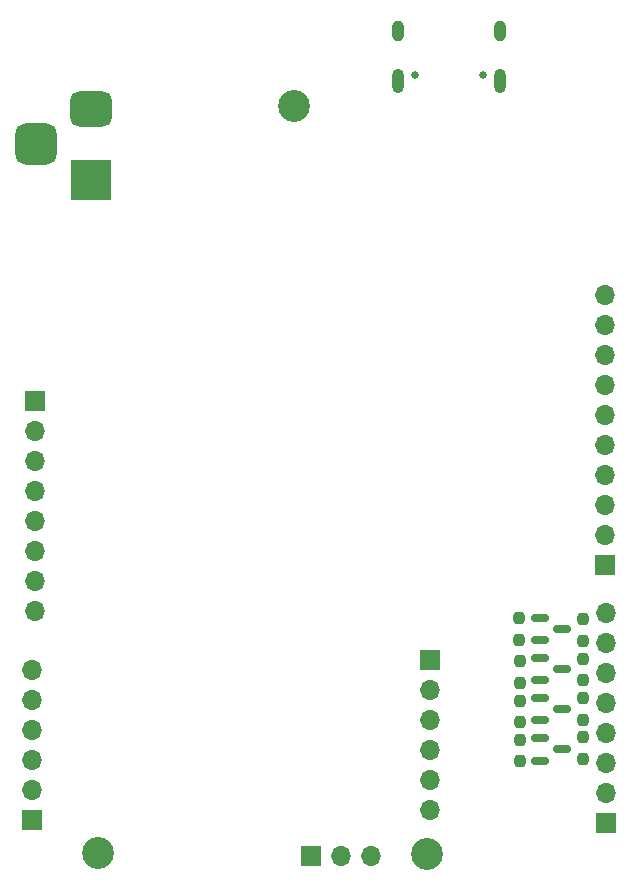
<source format=gbr>
%TF.GenerationSoftware,KiCad,Pcbnew,7.0.10*%
%TF.CreationDate,2024-01-30T02:50:09+05:30*%
%TF.ProjectId,rp2040-basic-m1,72703230-3430-42d6-9261-7369632d6d31,rev?*%
%TF.SameCoordinates,Original*%
%TF.FileFunction,Soldermask,Bot*%
%TF.FilePolarity,Negative*%
%FSLAX46Y46*%
G04 Gerber Fmt 4.6, Leading zero omitted, Abs format (unit mm)*
G04 Created by KiCad (PCBNEW 7.0.10) date 2024-01-30 02:50:09*
%MOMM*%
%LPD*%
G01*
G04 APERTURE LIST*
G04 Aperture macros list*
%AMRoundRect*
0 Rectangle with rounded corners*
0 $1 Rounding radius*
0 $2 $3 $4 $5 $6 $7 $8 $9 X,Y pos of 4 corners*
0 Add a 4 corners polygon primitive as box body*
4,1,4,$2,$3,$4,$5,$6,$7,$8,$9,$2,$3,0*
0 Add four circle primitives for the rounded corners*
1,1,$1+$1,$2,$3*
1,1,$1+$1,$4,$5*
1,1,$1+$1,$6,$7*
1,1,$1+$1,$8,$9*
0 Add four rect primitives between the rounded corners*
20,1,$1+$1,$2,$3,$4,$5,0*
20,1,$1+$1,$4,$5,$6,$7,0*
20,1,$1+$1,$6,$7,$8,$9,0*
20,1,$1+$1,$8,$9,$2,$3,0*%
G04 Aperture macros list end*
%ADD10R,1.700000X1.700000*%
%ADD11O,1.700000X1.700000*%
%ADD12C,2.700000*%
%ADD13C,0.650000*%
%ADD14O,1.000000X2.100000*%
%ADD15O,1.000000X1.800000*%
%ADD16R,3.500000X3.500000*%
%ADD17RoundRect,0.750000X-1.000000X0.750000X-1.000000X-0.750000X1.000000X-0.750000X1.000000X0.750000X0*%
%ADD18RoundRect,0.875000X-0.875000X0.875000X-0.875000X-0.875000X0.875000X-0.875000X0.875000X0.875000X0*%
%ADD19RoundRect,0.150000X-0.587500X-0.150000X0.587500X-0.150000X0.587500X0.150000X-0.587500X0.150000X0*%
%ADD20RoundRect,0.237500X-0.237500X0.250000X-0.237500X-0.250000X0.237500X-0.250000X0.237500X0.250000X0*%
G04 APERTURE END LIST*
D10*
%TO.C,J7*%
X107850000Y-71680500D03*
D11*
X107850000Y-74220500D03*
X107850000Y-76760500D03*
X107850000Y-79300500D03*
X107850000Y-81840500D03*
X107850000Y-84380500D03*
%TD*%
D12*
%TO.C,REF\u002A\u002A*%
X96370000Y-24760500D03*
%TD*%
D10*
%TO.C,J5*%
X74200000Y-85200000D03*
D11*
X74200000Y-82660000D03*
X74200000Y-80120000D03*
X74200000Y-77580000D03*
X74200000Y-75040000D03*
X74200000Y-72500000D03*
%TD*%
D10*
%TO.C,J6*%
X74400000Y-49690500D03*
D11*
X74400000Y-52230500D03*
X74400000Y-54770500D03*
X74400000Y-57310500D03*
X74400000Y-59850500D03*
X74400000Y-62390500D03*
X74400000Y-64930500D03*
X74400000Y-67470500D03*
%TD*%
D10*
%TO.C,J3*%
X122720000Y-63620500D03*
D11*
X122720000Y-61080500D03*
X122720000Y-58540500D03*
X122720000Y-56000500D03*
X122720000Y-53460500D03*
X122720000Y-50920500D03*
X122720000Y-48380500D03*
X122720000Y-45840500D03*
X122720000Y-43300500D03*
X122720000Y-40760500D03*
%TD*%
D13*
%TO.C,J1*%
X112365000Y-22090500D03*
X106585000Y-22090500D03*
D14*
X113795000Y-22610500D03*
D15*
X113795000Y-18410500D03*
D14*
X105155000Y-22610500D03*
D15*
X105155000Y-18410500D03*
%TD*%
D10*
%TO.C,J4*%
X122775000Y-85480000D03*
D11*
X122775000Y-82940000D03*
X122775000Y-80400000D03*
X122775000Y-77860000D03*
X122775000Y-75320000D03*
X122775000Y-72780000D03*
X122775000Y-70240000D03*
X122775000Y-67700000D03*
%TD*%
D16*
%TO.C,J9*%
X79198000Y-30992500D03*
D17*
X79198000Y-24992500D03*
D18*
X74498000Y-27992500D03*
%TD*%
D10*
%TO.C,J8*%
X97820000Y-88200000D03*
D11*
X100360000Y-88200000D03*
X102900000Y-88200000D03*
%TD*%
D12*
%TO.C,REF\u002A\u002A*%
X107630000Y-88050500D03*
%TD*%
%TO.C,REF\u002A\u002A*%
X79800000Y-87950000D03*
%TD*%
D19*
%TO.C,Q6*%
X117225000Y-69950000D03*
X117225000Y-68050000D03*
X119100000Y-69000000D03*
%TD*%
D20*
%TO.C,R21*%
X120875000Y-74862500D03*
X120875000Y-76687500D03*
%TD*%
D19*
%TO.C,Q5*%
X117225000Y-73350000D03*
X117225000Y-71450000D03*
X119100000Y-72400000D03*
%TD*%
D20*
%TO.C,R12*%
X115500000Y-75087500D03*
X115500000Y-76912500D03*
%TD*%
%TO.C,R14*%
X115450000Y-68087500D03*
X115450000Y-69912500D03*
%TD*%
%TO.C,R23*%
X120850000Y-68187500D03*
X120850000Y-70012500D03*
%TD*%
%TO.C,R22*%
X120850000Y-71537500D03*
X120850000Y-73362500D03*
%TD*%
D19*
%TO.C,Q3*%
X117225000Y-80150000D03*
X117225000Y-78250000D03*
X119100000Y-79200000D03*
%TD*%
%TO.C,Q4*%
X117225000Y-76750000D03*
X117225000Y-74850000D03*
X119100000Y-75800000D03*
%TD*%
D20*
%TO.C,R13*%
X115500000Y-71750000D03*
X115500000Y-73575000D03*
%TD*%
%TO.C,R11*%
X115500000Y-78387500D03*
X115500000Y-80212500D03*
%TD*%
%TO.C,R20*%
X120875000Y-78187500D03*
X120875000Y-80012500D03*
%TD*%
M02*

</source>
